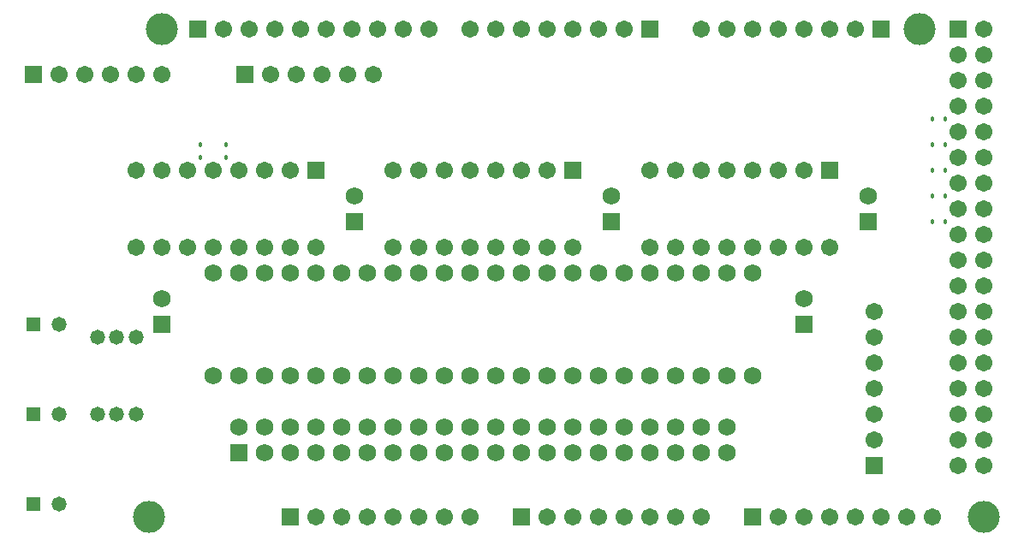
<source format=gts>
G04 DipTrace 2.4.0.2*
%INTopMask.gbr*%
%MOIN*%
%ADD26C,0.125*%
%ADD32C,0.018*%
%ADD34C,0.058*%
%ADD36C,0.068*%
%ADD38C,0.0671*%
%ADD42R,0.0671X0.0671*%
%ADD44R,0.058X0.058*%
%ADD46C,0.058*%
%ADD48R,0.068X0.068*%
%ADD50C,0.068*%
%FSLAX44Y44*%
G04*
G70*
G90*
G75*
G01*
%LNTopMask*%
%LPD*%
D50*
X37437Y17437D3*
D48*
Y16437D3*
D50*
X27437Y17437D3*
D48*
Y16437D3*
D50*
X17437Y17437D3*
D48*
Y16437D3*
X9937Y12437D3*
D50*
Y13437D3*
D48*
X34937Y12437D3*
D50*
Y13437D3*
D46*
X5937Y5437D3*
D44*
X4937D3*
D46*
X5937Y8937D3*
D44*
X4937D3*
D46*
X5937Y12437D3*
D44*
X4937D3*
D50*
X31937Y7437D3*
X30937D3*
X29937D3*
X28937D3*
X27937D3*
X26937D3*
X25937D3*
X24937D3*
X23937D3*
X22937D3*
X21937D3*
X20937D3*
X19937D3*
X18937D3*
X17937D3*
X16937D3*
X15937D3*
X14937D3*
X13937D3*
D48*
X12937D3*
D50*
Y8437D3*
X13937D3*
X14937D3*
X15937D3*
X16937D3*
X17937D3*
X18937D3*
X19937D3*
X20937D3*
X21937D3*
X22937D3*
X23937D3*
X24937D3*
X25937D3*
X26937D3*
X27937D3*
X28937D3*
X29937D3*
X30937D3*
X31937D3*
D42*
X23937Y4937D3*
D38*
X24937D3*
X25937D3*
X26937D3*
X27937D3*
X28937D3*
X29937D3*
X30937D3*
D42*
X14937D3*
D38*
X15937D3*
X16937D3*
X17937D3*
X18937D3*
X19937D3*
X20937D3*
X21937D3*
D42*
X28937Y23937D3*
D38*
X27937D3*
X26937D3*
X25937D3*
X24937D3*
X23937D3*
X22937D3*
X21937D3*
D42*
X11337D3*
D38*
X12337D3*
X13337D3*
X14337D3*
X15337D3*
X16337D3*
X17337D3*
X18337D3*
X19337D3*
X20337D3*
D42*
X32937Y4937D3*
D38*
X33937D3*
X34937D3*
X35937D3*
X36937D3*
X37937D3*
X38937D3*
X39937D3*
D42*
X37937Y23937D3*
D38*
X36937D3*
X35937D3*
X34937D3*
X33937D3*
X32937D3*
X31937D3*
X30937D3*
D42*
X40937D3*
D38*
X41937D3*
X40937Y22937D3*
X41937D3*
X40937Y21937D3*
X41937D3*
X40937Y20937D3*
X41937D3*
X40937Y19937D3*
X41937D3*
X40937Y18937D3*
X41937D3*
X40937Y17937D3*
X41937D3*
X40937Y16937D3*
X41937D3*
X40937Y15937D3*
X41937D3*
X40937Y14937D3*
X41937D3*
X40937Y13937D3*
X41937D3*
X40937Y12937D3*
X41937D3*
X40937Y11937D3*
X41937D3*
X40937Y10937D3*
X41937D3*
X40937Y9937D3*
X41937D3*
X40937Y8937D3*
X41937D3*
X40937Y7937D3*
X41937D3*
X40937Y6937D3*
X41937D3*
D42*
X13187Y22187D3*
D38*
X14187D3*
X15187D3*
X16187D3*
X17187D3*
X18187D3*
D42*
X4937D3*
D38*
X5937D3*
X6937D3*
X7937D3*
X8937D3*
X9937D3*
D42*
X37687Y6937D3*
D38*
Y7937D3*
Y8937D3*
Y9937D3*
Y10937D3*
Y11937D3*
Y12937D3*
D50*
X32937Y14437D3*
D36*
Y10437D3*
D50*
X31937Y14437D3*
D36*
Y10437D3*
D50*
X29937Y14437D3*
D36*
Y10437D3*
D50*
X30937Y14437D3*
D36*
Y10437D3*
D50*
X28937Y14437D3*
D36*
Y10437D3*
D50*
X27937Y14437D3*
D36*
Y10437D3*
D50*
X25937Y14437D3*
D36*
Y10437D3*
D50*
X26937Y14437D3*
D36*
Y10437D3*
D50*
X24937Y14437D3*
D36*
Y10437D3*
D50*
X21937Y14437D3*
D36*
Y10437D3*
D50*
X22937Y14437D3*
D36*
Y10437D3*
D50*
X20937Y14437D3*
D36*
Y10437D3*
D50*
X19937Y14437D3*
D36*
Y10437D3*
D50*
X17937Y14437D3*
D36*
Y10437D3*
D50*
X18937Y14437D3*
D36*
Y10437D3*
D50*
X16937Y14437D3*
D36*
Y10437D3*
D50*
X15937Y14437D3*
D36*
Y10437D3*
D50*
X13937Y14437D3*
D36*
Y10437D3*
D50*
X14937Y14437D3*
D36*
Y10437D3*
D50*
X12937Y14437D3*
D36*
Y10437D3*
D50*
X11937Y14437D3*
D36*
Y10437D3*
D50*
X23937Y14437D3*
D36*
Y10437D3*
D46*
X8937Y11937D3*
D34*
Y8937D3*
D46*
X8187Y11937D3*
D34*
Y8937D3*
D46*
X7437Y11937D3*
D34*
Y8937D3*
D42*
X35937Y18437D3*
D38*
X34937D3*
X33937D3*
X32937D3*
X31937D3*
X30937D3*
X29937D3*
X28937D3*
Y15437D3*
X29937D3*
X30937D3*
X31937D3*
X32937D3*
X33937D3*
X34937D3*
X35937D3*
D42*
X25937Y18437D3*
D38*
X24937D3*
X23937D3*
X22937D3*
X21937D3*
X20937D3*
X19937D3*
X18937D3*
Y15437D3*
X19937D3*
X20937D3*
X21937D3*
X22937D3*
X23937D3*
X24937D3*
X25937D3*
D42*
X15937Y18437D3*
D38*
X14937D3*
X13937D3*
X12937D3*
X11937D3*
X10937D3*
X9937D3*
X8937D3*
Y15437D3*
X9937D3*
X10937D3*
X11937D3*
X12937D3*
X13937D3*
X14937D3*
X15937D3*
D32*
X39937Y16437D3*
X40437D3*
X39937Y18437D3*
X40437D3*
X12437Y18937D3*
Y19437D3*
X11437Y18937D3*
Y19437D3*
X40437Y20437D3*
X39937D3*
X40437Y17437D3*
X39937D3*
X40437Y19437D3*
X39937D3*
D26*
X9437Y4937D3*
X9937Y23937D3*
X39437D3*
X41937Y4937D3*
M02*

</source>
